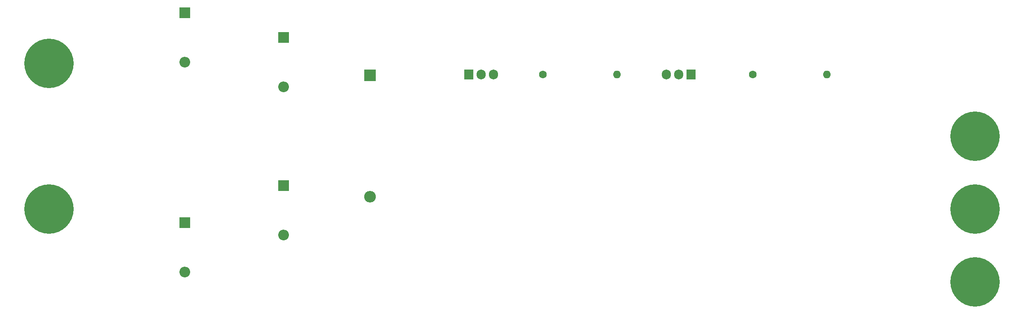
<source format=gbr>
%TF.GenerationSoftware,KiCad,Pcbnew,7.0.2*%
%TF.CreationDate,2023-06-04T14:04:22+05:30*%
%TF.ProjectId,Transmitter,5472616e-736d-4697-9474-65722e6b6963,rev?*%
%TF.SameCoordinates,Original*%
%TF.FileFunction,Soldermask,Top*%
%TF.FilePolarity,Negative*%
%FSLAX46Y46*%
G04 Gerber Fmt 4.6, Leading zero omitted, Abs format (unit mm)*
G04 Created by KiCad (PCBNEW 7.0.2) date 2023-06-04 14:04:22*
%MOMM*%
%LPD*%
G01*
G04 APERTURE LIST*
%ADD10R,1.905000X2.000000*%
%ADD11O,1.905000X2.000000*%
%ADD12R,2.200000X2.200000*%
%ADD13O,2.200000X2.200000*%
%ADD14C,1.600000*%
%ADD15O,1.600000X1.600000*%
%ADD16C,10.160000*%
%ADD17R,2.400000X2.400000*%
%ADD18O,2.400000X2.400000*%
G04 APERTURE END LIST*
D10*
%TO.C,U1*%
X116840000Y-101600000D03*
D11*
X119380000Y-101600000D03*
X121920000Y-101600000D03*
%TD*%
D12*
%TO.C,D3*%
X58420000Y-132080000D03*
D13*
X58420000Y-142240000D03*
%TD*%
D12*
%TO.C,D4*%
X78740000Y-124460000D03*
D13*
X78740000Y-134620000D03*
%TD*%
D14*
%TO.C,R2*%
X175260000Y-101600000D03*
D15*
X190500000Y-101600000D03*
%TD*%
D16*
%TO.C,J1*%
X220980000Y-114300000D03*
X220980000Y-129290000D03*
X220980000Y-144270000D03*
%TD*%
D14*
%TO.C,R1*%
X132080000Y-101600000D03*
D15*
X147320000Y-101600000D03*
%TD*%
D12*
%TO.C,D2*%
X78740000Y-93980000D03*
D13*
X78740000Y-104140000D03*
%TD*%
D17*
%TO.C,C1*%
X96502500Y-101800000D03*
D18*
X96502500Y-126800000D03*
%TD*%
D16*
%TO.C,J2*%
X30480000Y-129300000D03*
X30480000Y-99330000D03*
%TD*%
D10*
%TO.C,Q1*%
X162560000Y-101600000D03*
D11*
X160020000Y-101600000D03*
X157480000Y-101600000D03*
%TD*%
D12*
%TO.C,D1*%
X58420000Y-88900000D03*
D13*
X58420000Y-99060000D03*
%TD*%
M02*

</source>
